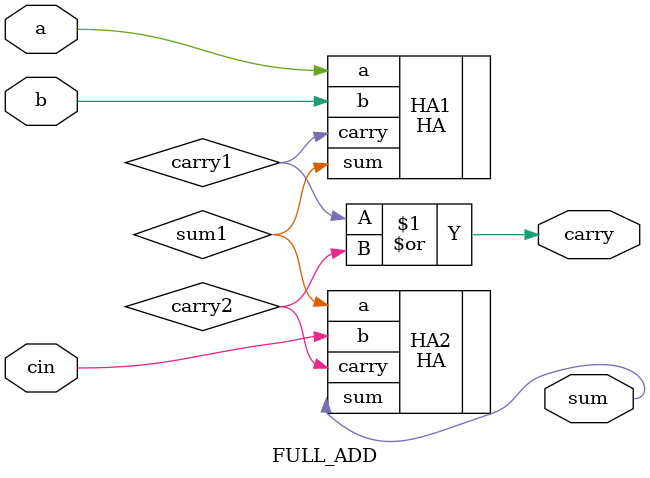
<source format=sv>
`timescale 1ns / 1ps


module FULL_ADD(input logic a, b, cin, output logic sum, carry);  
   
   
    logic sum1, carry1, carry2;
    HA HA1(.a(a), .b(b), .sum(sum1), .carry(carry1));
    HA HA2(.a(sum1), .b(cin), .sum(sum), .carry(carry2)); 
    
    
    
    or(carry, carry1, carry2);
    
    endmodule


</source>
